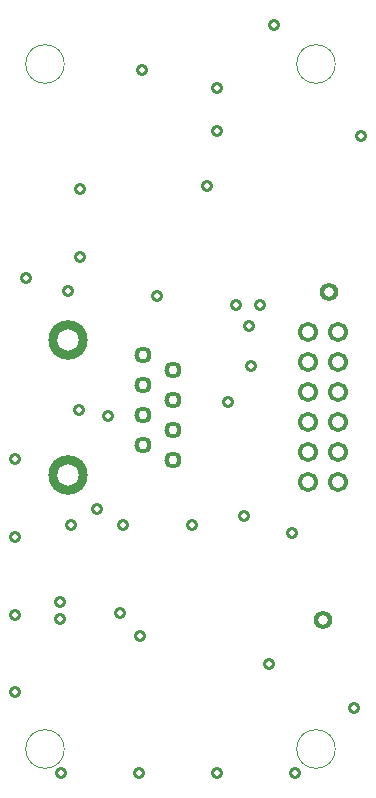
<source format=gbr>
G04 DesignSpark PCB PRO Gerber Version 10.0 Build 5299*
G04 #@! TF.Part,Single*
G04 #@! TF.FileFunction,Soldermask,Bot*
G04 #@! TF.FilePolarity,Negative*
%FSLAX35Y35*%
%MOIN*%
G04 #@! TA.AperFunction,ViaPad*
%ADD17C,0.04143X0.01969*%
G04 #@! TA.AperFunction,ComponentPad*
%ADD71C,0.05730X0.02992*%
G04 #@! TA.AperFunction,ViaPad*
%ADD18C,0.06200X0.03200*%
G04 #@! TA.AperFunction,ComponentPad*
%ADD70C,0.06702X0.04094*%
G04 #@! TA.AperFunction,WasherPad*
%ADD19C,0.13198X0.12598*%
G04 #@! TA.AperFunction,ComponentPad*
%ADD20C,0.07194X0.13189*%
G04 #@! TD.AperFunction*
X0Y0D02*
D02*
D17*
X18110Y42913D03*
Y68898D03*
Y94882D03*
Y120866D03*
X21654Y181102D03*
X33071Y67323D03*
Y73228D03*
X33465Y16142D03*
X35827Y176772D03*
X36614Y98819D03*
X39370Y137008D03*
X39764Y188189D03*
Y210630D03*
X45276Y103937D03*
X49213Y135039D03*
X53150Y69291D03*
X53937Y98819D03*
X59449Y16142D03*
X59843Y61811D03*
X60236Y250394D03*
X65354Y175197D03*
X77165Y98819D03*
X81890Y211811D03*
X85433Y16142D03*
Y229921D03*
Y244488D03*
X88976Y139720D03*
X91732Y172047D03*
X94488Y101575D03*
X96063Y164961D03*
X96850Y151575D03*
X99606Y172047D03*
X102756Y52362D03*
X104331Y265354D03*
X110236Y96063D03*
X111417Y16142D03*
X131102Y37795D03*
X133465Y228346D03*
D02*
D18*
X120866Y66929D03*
X122579Y176516D03*
D02*
D19*
X27953Y24016D03*
Y252362D03*
X118504Y24016D03*
Y252362D03*
D02*
D70*
X115591Y113189D03*
Y123189D03*
Y133189D03*
Y143189D03*
Y153189D03*
Y163189D03*
X125591Y113189D03*
Y123189D03*
Y133189D03*
Y143189D03*
Y153189D03*
Y163189D03*
D02*
D71*
X60630Y125512D03*
Y135512D03*
Y145512D03*
Y155512D03*
X70630Y120512D03*
Y130512D03*
Y140512D03*
Y150512D03*
D02*
D20*
X35630Y115508D03*
Y160516D03*
X0Y0D02*
M02*

</source>
